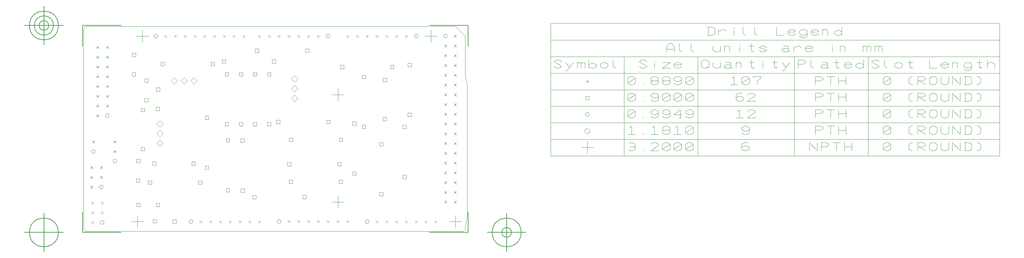
<source format=gbr>
G04 Generated by Ultiboard 14.0 *
%FSLAX34Y34*%
%MOMM*%

%ADD11C,0.1000*%
%ADD12C,0.0100*%
%ADD13C,0.0010*%
%ADD14C,0.1270*%


G04 ColorRGB 000000 for the following layer *
%LNDrill Symbols-Copper Top-Copper Bottom*%
%LPD*%
G54D11*
X152400Y492000D02*
X152400Y524000D01*
X136400Y508000D02*
X168400Y508000D01*
X885700Y508000D02*
X917700Y508000D01*
X901700Y492000D02*
X901700Y524000D01*
X949200Y25400D02*
X981200Y25400D01*
X965200Y9400D02*
X965200Y41400D01*
X644400Y76200D02*
X676400Y76200D01*
X660400Y60200D02*
X660400Y92200D01*
X123700Y25400D02*
X155700Y25400D01*
X139700Y9400D02*
X139700Y41400D01*
X644400Y355600D02*
X676400Y355600D01*
X660400Y339600D02*
X660400Y371600D01*
X198118Y221331D02*
X206469Y229682D01*
X198118Y238033D01*
X189767Y229682D01*
X198118Y221331D01*
X198118Y246731D02*
X206469Y255082D01*
X198118Y263433D01*
X189767Y255082D01*
X198118Y246731D01*
X198118Y272131D02*
X206469Y280482D01*
X198118Y288833D01*
X189767Y280482D01*
X198118Y272131D01*
X286258Y384079D02*
X294609Y392430D01*
X286258Y400781D01*
X277907Y392430D01*
X286258Y384079D01*
X260858Y384079D02*
X269209Y392430D01*
X260858Y400781D01*
X252507Y392430D01*
X260858Y384079D01*
X235458Y384079D02*
X243809Y392430D01*
X235458Y400781D01*
X227107Y392430D01*
X235458Y384079D01*
X548132Y338359D02*
X556483Y346710D01*
X548132Y355061D01*
X539781Y346710D01*
X548132Y338359D01*
X548132Y363759D02*
X556483Y372110D01*
X548132Y380461D01*
X539781Y372110D01*
X548132Y363759D01*
X548132Y389159D02*
X556483Y397510D01*
X548132Y405861D01*
X539781Y397510D01*
X548132Y389159D01*
X1291963Y218440D02*
X1323963Y218440D01*
X1307963Y202440D02*
X1307963Y234440D01*
X1415629Y229154D02*
X1418963Y231297D01*
X1425629Y231297D01*
X1432296Y227011D01*
X1432296Y222726D01*
X1428963Y220583D01*
X1432296Y218440D01*
X1432296Y214154D01*
X1425629Y209869D01*
X1418963Y209869D01*
X1415629Y212011D01*
X1418963Y220583D02*
X1428963Y220583D01*
X1452296Y209869D02*
X1452296Y212011D01*
X1472296Y227011D02*
X1478963Y231297D01*
X1485629Y231297D01*
X1492296Y227011D01*
X1492296Y224869D01*
X1472296Y209869D01*
X1492296Y209869D01*
X1492296Y212011D01*
X1502296Y227011D02*
X1508963Y231297D01*
X1515629Y231297D01*
X1522296Y227011D01*
X1522296Y214154D01*
X1515629Y209869D01*
X1508963Y209869D01*
X1502296Y214154D01*
X1502296Y227011D01*
X1522296Y227011D02*
X1502296Y214154D01*
X1532296Y227011D02*
X1538963Y231297D01*
X1545629Y231297D01*
X1552296Y227011D01*
X1552296Y214154D01*
X1545629Y209869D01*
X1538963Y209869D01*
X1532296Y214154D01*
X1532296Y227011D01*
X1552296Y227011D02*
X1532296Y214154D01*
X1562296Y227011D02*
X1568963Y231297D01*
X1575629Y231297D01*
X1582296Y227011D01*
X1582296Y214154D01*
X1575629Y209869D01*
X1568963Y209869D01*
X1562296Y214154D01*
X1562296Y227011D01*
X1582296Y227011D02*
X1562296Y214154D01*
X1724963Y231297D02*
X1714963Y231297D01*
X1708296Y227011D01*
X1708296Y218440D01*
X1708296Y214154D01*
X1714963Y209869D01*
X1721629Y209869D01*
X1728296Y214154D01*
X1728296Y218440D01*
X1721629Y222726D01*
X1714963Y222726D01*
X1708296Y218440D01*
X1884296Y209869D02*
X1884296Y231297D01*
X1904296Y209869D01*
X1904296Y231297D01*
X1914296Y209869D02*
X1914296Y231297D01*
X1927629Y231297D01*
X1934296Y227011D01*
X1934296Y224869D01*
X1927629Y220583D01*
X1914296Y220583D01*
X1954296Y209869D02*
X1954296Y231297D01*
X1944296Y231297D02*
X1964296Y231297D01*
X1974296Y209869D02*
X1974296Y231297D01*
X1994296Y209869D02*
X1994296Y231297D01*
X1974296Y220583D02*
X1994296Y220583D01*
X2075296Y227011D02*
X2081963Y231297D01*
X2088629Y231297D01*
X2095296Y227011D01*
X2095296Y214154D01*
X2088629Y209869D01*
X2081963Y209869D01*
X2075296Y214154D01*
X2075296Y227011D01*
X2095296Y227011D02*
X2075296Y214154D01*
X2151963Y209869D02*
X2148629Y209869D01*
X2141963Y214154D01*
X2141963Y227011D01*
X2148629Y231297D01*
X2151963Y231297D01*
X2165296Y209869D02*
X2165296Y231297D01*
X2178629Y231297D01*
X2185296Y227011D01*
X2185296Y224869D01*
X2178629Y220583D01*
X2165296Y220583D01*
X2168629Y220583D02*
X2185296Y209869D01*
X2195296Y214154D02*
X2201963Y209869D01*
X2208629Y209869D01*
X2215296Y214154D01*
X2215296Y227011D01*
X2208629Y231297D01*
X2201963Y231297D01*
X2195296Y227011D01*
X2195296Y214154D01*
X2225296Y231297D02*
X2225296Y214154D01*
X2231963Y209869D01*
X2238629Y209869D01*
X2245296Y214154D01*
X2245296Y231297D01*
X2255296Y209869D02*
X2255296Y231297D01*
X2275296Y209869D01*
X2275296Y231297D01*
X2285296Y209869D02*
X2298629Y209869D01*
X2305296Y214154D01*
X2305296Y227011D01*
X2298629Y231297D01*
X2285296Y231297D01*
X2288629Y231297D02*
X2288629Y209869D01*
X2318629Y231297D02*
X2321963Y231297D01*
X2328629Y227011D01*
X2328629Y214154D01*
X2321963Y209869D01*
X2318629Y209869D01*
X1307963Y253089D02*
X1316314Y261440D01*
X1307963Y269791D01*
X1299612Y261440D01*
X1307963Y253089D01*
X1415629Y270011D02*
X1422296Y274297D01*
X1422296Y252869D01*
X1412296Y252869D02*
X1432296Y252869D01*
X1452296Y252869D02*
X1452296Y255011D01*
X1475629Y270011D02*
X1482296Y274297D01*
X1482296Y252869D01*
X1472296Y252869D02*
X1492296Y252869D01*
X1515629Y252869D02*
X1508963Y252869D01*
X1502296Y257154D01*
X1502296Y261440D01*
X1505629Y263583D01*
X1502296Y265726D01*
X1502296Y270011D01*
X1508963Y274297D01*
X1515629Y274297D01*
X1522296Y270011D01*
X1522296Y265726D01*
X1518963Y263583D01*
X1522296Y261440D01*
X1522296Y257154D01*
X1515629Y252869D01*
X1505629Y263583D02*
X1518963Y263583D01*
X1535629Y270011D02*
X1542296Y274297D01*
X1542296Y252869D01*
X1532296Y252869D02*
X1552296Y252869D01*
X1562296Y270011D02*
X1568963Y274297D01*
X1575629Y274297D01*
X1582296Y270011D01*
X1582296Y257154D01*
X1575629Y252869D01*
X1568963Y252869D01*
X1562296Y257154D01*
X1562296Y270011D01*
X1582296Y270011D02*
X1562296Y257154D01*
X1708296Y257154D02*
X1714963Y252869D01*
X1721629Y252869D01*
X1728296Y257154D01*
X1728296Y265726D01*
X1728296Y270011D01*
X1721629Y274297D01*
X1714963Y274297D01*
X1708296Y270011D01*
X1708296Y265726D01*
X1714963Y261440D01*
X1721629Y261440D01*
X1728296Y265726D01*
X1899296Y252869D02*
X1899296Y274297D01*
X1912629Y274297D01*
X1919296Y270011D01*
X1919296Y267869D01*
X1912629Y263583D01*
X1899296Y263583D01*
X1939296Y252869D02*
X1939296Y274297D01*
X1929296Y274297D02*
X1949296Y274297D01*
X1959296Y252869D02*
X1959296Y274297D01*
X1979296Y252869D02*
X1979296Y274297D01*
X1959296Y263583D02*
X1979296Y263583D01*
X2075296Y270011D02*
X2081963Y274297D01*
X2088629Y274297D01*
X2095296Y270011D01*
X2095296Y257154D01*
X2088629Y252869D01*
X2081963Y252869D01*
X2075296Y257154D01*
X2075296Y270011D01*
X2095296Y270011D02*
X2075296Y257154D01*
X2151963Y252869D02*
X2148629Y252869D01*
X2141963Y257154D01*
X2141963Y270011D01*
X2148629Y274297D01*
X2151963Y274297D01*
X2165296Y252869D02*
X2165296Y274297D01*
X2178629Y274297D01*
X2185296Y270011D01*
X2185296Y267869D01*
X2178629Y263583D01*
X2165296Y263583D01*
X2168629Y263583D02*
X2185296Y252869D01*
X2195296Y257154D02*
X2201963Y252869D01*
X2208629Y252869D01*
X2215296Y257154D01*
X2215296Y270011D01*
X2208629Y274297D01*
X2201963Y274297D01*
X2195296Y270011D01*
X2195296Y257154D01*
X2225296Y274297D02*
X2225296Y257154D01*
X2231963Y252869D01*
X2238629Y252869D01*
X2245296Y257154D01*
X2245296Y274297D01*
X2255296Y252869D02*
X2255296Y274297D01*
X2275296Y252869D01*
X2275296Y274297D01*
X2285296Y252869D02*
X2298629Y252869D01*
X2305296Y257154D01*
X2305296Y270011D01*
X2298629Y274297D01*
X2285296Y274297D01*
X2288629Y274297D02*
X2288629Y252869D01*
X2318629Y274297D02*
X2321963Y274297D01*
X2328629Y270011D01*
X2328629Y257154D01*
X2321963Y252869D01*
X2318629Y252869D01*
X1412296Y313011D02*
X1418963Y317297D01*
X1425629Y317297D01*
X1432296Y313011D01*
X1432296Y300154D01*
X1425629Y295869D01*
X1418963Y295869D01*
X1412296Y300154D01*
X1412296Y313011D01*
X1432296Y313011D02*
X1412296Y300154D01*
X1452296Y295869D02*
X1452296Y298011D01*
X1472296Y300154D02*
X1478963Y295869D01*
X1485629Y295869D01*
X1492296Y300154D01*
X1492296Y308726D01*
X1492296Y313011D01*
X1485629Y317297D01*
X1478963Y317297D01*
X1472296Y313011D01*
X1472296Y308726D01*
X1478963Y304440D01*
X1485629Y304440D01*
X1492296Y308726D01*
X1502296Y300154D02*
X1508963Y295869D01*
X1515629Y295869D01*
X1522296Y300154D01*
X1522296Y308726D01*
X1522296Y313011D01*
X1515629Y317297D01*
X1508963Y317297D01*
X1502296Y313011D01*
X1502296Y308726D01*
X1508963Y304440D01*
X1515629Y304440D01*
X1522296Y308726D01*
X1552296Y304440D02*
X1532296Y304440D01*
X1548963Y317297D01*
X1548963Y295869D01*
X1545629Y295869D02*
X1552296Y295869D01*
X1562296Y300154D02*
X1568963Y295869D01*
X1575629Y295869D01*
X1582296Y300154D01*
X1582296Y308726D01*
X1582296Y313011D01*
X1575629Y317297D01*
X1568963Y317297D01*
X1562296Y313011D01*
X1562296Y308726D01*
X1568963Y304440D01*
X1575629Y304440D01*
X1582296Y308726D01*
X1696629Y313011D02*
X1703296Y317297D01*
X1703296Y295869D01*
X1693296Y295869D02*
X1713296Y295869D01*
X1723296Y313011D02*
X1729963Y317297D01*
X1736629Y317297D01*
X1743296Y313011D01*
X1743296Y310869D01*
X1723296Y295869D01*
X1743296Y295869D01*
X1743296Y298011D01*
X1899296Y295869D02*
X1899296Y317297D01*
X1912629Y317297D01*
X1919296Y313011D01*
X1919296Y310869D01*
X1912629Y306583D01*
X1899296Y306583D01*
X1939296Y295869D02*
X1939296Y317297D01*
X1929296Y317297D02*
X1949296Y317297D01*
X1959296Y295869D02*
X1959296Y317297D01*
X1979296Y295869D02*
X1979296Y317297D01*
X1959296Y306583D02*
X1979296Y306583D01*
X2075296Y313011D02*
X2081963Y317297D01*
X2088629Y317297D01*
X2095296Y313011D01*
X2095296Y300154D01*
X2088629Y295869D01*
X2081963Y295869D01*
X2075296Y300154D01*
X2075296Y313011D01*
X2095296Y313011D02*
X2075296Y300154D01*
X2151963Y295869D02*
X2148629Y295869D01*
X2141963Y300154D01*
X2141963Y313011D01*
X2148629Y317297D01*
X2151963Y317297D01*
X2165296Y295869D02*
X2165296Y317297D01*
X2178629Y317297D01*
X2185296Y313011D01*
X2185296Y310869D01*
X2178629Y306583D01*
X2165296Y306583D01*
X2168629Y306583D02*
X2185296Y295869D01*
X2195296Y300154D02*
X2201963Y295869D01*
X2208629Y295869D01*
X2215296Y300154D01*
X2215296Y313011D01*
X2208629Y317297D01*
X2201963Y317297D01*
X2195296Y313011D01*
X2195296Y300154D01*
X2225296Y317297D02*
X2225296Y300154D01*
X2231963Y295869D01*
X2238629Y295869D01*
X2245296Y300154D01*
X2245296Y317297D01*
X2255296Y295869D02*
X2255296Y317297D01*
X2275296Y295869D01*
X2275296Y317297D01*
X2285296Y295869D02*
X2298629Y295869D01*
X2305296Y300154D01*
X2305296Y313011D01*
X2298629Y317297D01*
X2285296Y317297D01*
X2288629Y317297D02*
X2288629Y295869D01*
X2318629Y317297D02*
X2321963Y317297D01*
X2328629Y313011D01*
X2328629Y300154D01*
X2321963Y295869D01*
X2318629Y295869D01*
X1412296Y356011D02*
X1418963Y360297D01*
X1425629Y360297D01*
X1432296Y356011D01*
X1432296Y343154D01*
X1425629Y338869D01*
X1418963Y338869D01*
X1412296Y343154D01*
X1412296Y356011D01*
X1432296Y356011D02*
X1412296Y343154D01*
X1452296Y338869D02*
X1452296Y341011D01*
X1472296Y343154D02*
X1478963Y338869D01*
X1485629Y338869D01*
X1492296Y343154D01*
X1492296Y351726D01*
X1492296Y356011D01*
X1485629Y360297D01*
X1478963Y360297D01*
X1472296Y356011D01*
X1472296Y351726D01*
X1478963Y347440D01*
X1485629Y347440D01*
X1492296Y351726D01*
X1502296Y356011D02*
X1508963Y360297D01*
X1515629Y360297D01*
X1522296Y356011D01*
X1522296Y343154D01*
X1515629Y338869D01*
X1508963Y338869D01*
X1502296Y343154D01*
X1502296Y356011D01*
X1522296Y356011D02*
X1502296Y343154D01*
X1532296Y356011D02*
X1538963Y360297D01*
X1545629Y360297D01*
X1552296Y356011D01*
X1552296Y343154D01*
X1545629Y338869D01*
X1538963Y338869D01*
X1532296Y343154D01*
X1532296Y356011D01*
X1552296Y356011D02*
X1532296Y343154D01*
X1562296Y356011D02*
X1568963Y360297D01*
X1575629Y360297D01*
X1582296Y356011D01*
X1582296Y343154D01*
X1575629Y338869D01*
X1568963Y338869D01*
X1562296Y343154D01*
X1562296Y356011D01*
X1582296Y356011D02*
X1562296Y343154D01*
X1709963Y360297D02*
X1699963Y360297D01*
X1693296Y356011D01*
X1693296Y347440D01*
X1693296Y343154D01*
X1699963Y338869D01*
X1706629Y338869D01*
X1713296Y343154D01*
X1713296Y347440D01*
X1706629Y351726D01*
X1699963Y351726D01*
X1693296Y347440D01*
X1723296Y356011D02*
X1729963Y360297D01*
X1736629Y360297D01*
X1743296Y356011D01*
X1743296Y353869D01*
X1723296Y338869D01*
X1743296Y338869D01*
X1743296Y341011D01*
X1899296Y338869D02*
X1899296Y360297D01*
X1912629Y360297D01*
X1919296Y356011D01*
X1919296Y353869D01*
X1912629Y349583D01*
X1899296Y349583D01*
X1939296Y338869D02*
X1939296Y360297D01*
X1929296Y360297D02*
X1949296Y360297D01*
X1959296Y338869D02*
X1959296Y360297D01*
X1979296Y338869D02*
X1979296Y360297D01*
X1959296Y349583D02*
X1979296Y349583D01*
X2075296Y356011D02*
X2081963Y360297D01*
X2088629Y360297D01*
X2095296Y356011D01*
X2095296Y343154D01*
X2088629Y338869D01*
X2081963Y338869D01*
X2075296Y343154D01*
X2075296Y356011D01*
X2095296Y356011D02*
X2075296Y343154D01*
X2151963Y338869D02*
X2148629Y338869D01*
X2141963Y343154D01*
X2141963Y356011D01*
X2148629Y360297D01*
X2151963Y360297D01*
X2165296Y338869D02*
X2165296Y360297D01*
X2178629Y360297D01*
X2185296Y356011D01*
X2185296Y353869D01*
X2178629Y349583D01*
X2165296Y349583D01*
X2168629Y349583D02*
X2185296Y338869D01*
X2195296Y343154D02*
X2201963Y338869D01*
X2208629Y338869D01*
X2215296Y343154D01*
X2215296Y356011D01*
X2208629Y360297D01*
X2201963Y360297D01*
X2195296Y356011D01*
X2195296Y343154D01*
X2225296Y360297D02*
X2225296Y343154D01*
X2231963Y338869D01*
X2238629Y338869D01*
X2245296Y343154D01*
X2245296Y360297D01*
X2255296Y338869D02*
X2255296Y360297D01*
X2275296Y338869D01*
X2275296Y360297D01*
X2285296Y338869D02*
X2298629Y338869D01*
X2305296Y343154D01*
X2305296Y356011D01*
X2298629Y360297D01*
X2285296Y360297D01*
X2288629Y360297D02*
X2288629Y338869D01*
X2318629Y360297D02*
X2321963Y360297D01*
X2328629Y356011D01*
X2328629Y343154D01*
X2321963Y338869D01*
X2318629Y338869D01*
X1412296Y399011D02*
X1418963Y403297D01*
X1425629Y403297D01*
X1432296Y399011D01*
X1432296Y386154D01*
X1425629Y381869D01*
X1418963Y381869D01*
X1412296Y386154D01*
X1412296Y399011D01*
X1432296Y399011D02*
X1412296Y386154D01*
X1452296Y381869D02*
X1452296Y384011D01*
X1485629Y381869D02*
X1478963Y381869D01*
X1472296Y386154D01*
X1472296Y390440D01*
X1475629Y392583D01*
X1472296Y394726D01*
X1472296Y399011D01*
X1478963Y403297D01*
X1485629Y403297D01*
X1492296Y399011D01*
X1492296Y394726D01*
X1488963Y392583D01*
X1492296Y390440D01*
X1492296Y386154D01*
X1485629Y381869D01*
X1475629Y392583D02*
X1488963Y392583D01*
X1515629Y381869D02*
X1508963Y381869D01*
X1502296Y386154D01*
X1502296Y390440D01*
X1505629Y392583D01*
X1502296Y394726D01*
X1502296Y399011D01*
X1508963Y403297D01*
X1515629Y403297D01*
X1522296Y399011D01*
X1522296Y394726D01*
X1518963Y392583D01*
X1522296Y390440D01*
X1522296Y386154D01*
X1515629Y381869D01*
X1505629Y392583D02*
X1518963Y392583D01*
X1532296Y386154D02*
X1538963Y381869D01*
X1545629Y381869D01*
X1552296Y386154D01*
X1552296Y394726D01*
X1552296Y399011D01*
X1545629Y403297D01*
X1538963Y403297D01*
X1532296Y399011D01*
X1532296Y394726D01*
X1538963Y390440D01*
X1545629Y390440D01*
X1552296Y394726D01*
X1562296Y399011D02*
X1568963Y403297D01*
X1575629Y403297D01*
X1582296Y399011D01*
X1582296Y386154D01*
X1575629Y381869D01*
X1568963Y381869D01*
X1562296Y386154D01*
X1562296Y399011D01*
X1582296Y399011D02*
X1562296Y386154D01*
X1681629Y399011D02*
X1688296Y403297D01*
X1688296Y381869D01*
X1678296Y381869D02*
X1698296Y381869D01*
X1708296Y399011D02*
X1714963Y403297D01*
X1721629Y403297D01*
X1728296Y399011D01*
X1728296Y386154D01*
X1721629Y381869D01*
X1714963Y381869D01*
X1708296Y386154D01*
X1708296Y399011D01*
X1728296Y399011D02*
X1708296Y386154D01*
X1748296Y381869D02*
X1748296Y392583D01*
X1758296Y399011D01*
X1758296Y403297D01*
X1738296Y403297D01*
X1738296Y399011D01*
X1899296Y381869D02*
X1899296Y403297D01*
X1912629Y403297D01*
X1919296Y399011D01*
X1919296Y396869D01*
X1912629Y392583D01*
X1899296Y392583D01*
X1939296Y381869D02*
X1939296Y403297D01*
X1929296Y403297D02*
X1949296Y403297D01*
X1959296Y381869D02*
X1959296Y403297D01*
X1979296Y381869D02*
X1979296Y403297D01*
X1959296Y392583D02*
X1979296Y392583D01*
X2075296Y399011D02*
X2081963Y403297D01*
X2088629Y403297D01*
X2095296Y399011D01*
X2095296Y386154D01*
X2088629Y381869D01*
X2081963Y381869D01*
X2075296Y386154D01*
X2075296Y399011D01*
X2095296Y399011D02*
X2075296Y386154D01*
X2151963Y381869D02*
X2148629Y381869D01*
X2141963Y386154D01*
X2141963Y399011D01*
X2148629Y403297D01*
X2151963Y403297D01*
X2165296Y381869D02*
X2165296Y403297D01*
X2178629Y403297D01*
X2185296Y399011D01*
X2185296Y396869D01*
X2178629Y392583D01*
X2165296Y392583D01*
X2168629Y392583D02*
X2185296Y381869D01*
X2195296Y386154D02*
X2201963Y381869D01*
X2208629Y381869D01*
X2215296Y386154D01*
X2215296Y399011D01*
X2208629Y403297D01*
X2201963Y403297D01*
X2195296Y399011D01*
X2195296Y386154D01*
X2225296Y403297D02*
X2225296Y386154D01*
X2231963Y381869D01*
X2238629Y381869D01*
X2245296Y386154D01*
X2245296Y403297D01*
X2255296Y381869D02*
X2255296Y403297D01*
X2275296Y381869D01*
X2275296Y403297D01*
X2285296Y381869D02*
X2298629Y381869D01*
X2305296Y386154D01*
X2305296Y399011D01*
X2298629Y403297D01*
X2285296Y403297D01*
X2288629Y403297D02*
X2288629Y381869D01*
X2318629Y403297D02*
X2321963Y403297D01*
X2328629Y399011D01*
X2328629Y386154D01*
X2321963Y381869D01*
X2318629Y381869D01*
G54D12*
X936657Y276511D02*
X942943Y282797D01*
X936657Y282797D02*
X942943Y276511D01*
X936657Y428911D02*
X942943Y435197D01*
X936657Y435197D02*
X942943Y428911D01*
X934825Y508254D02*
G75*
D01*
G02X934825Y508254I4975J0*
G01*
X936657Y479711D02*
X942943Y485997D01*
X936657Y485997D02*
X942943Y479711D01*
X936657Y454311D02*
X942943Y460597D01*
X936657Y460597D02*
X942943Y454311D01*
X936657Y352711D02*
X942943Y358997D01*
X936657Y358997D02*
X942943Y352711D01*
X936657Y378111D02*
X942943Y384397D01*
X936657Y384397D02*
X942943Y378111D01*
X936657Y403511D02*
X942943Y409797D01*
X936657Y409797D02*
X942943Y403511D01*
X936657Y301911D02*
X942943Y308197D01*
X936657Y308197D02*
X942943Y301911D01*
X936657Y327311D02*
X942943Y333597D01*
X936657Y333597D02*
X942943Y327311D01*
X936657Y98711D02*
X942943Y104997D01*
X936657Y104997D02*
X942943Y98711D01*
X936657Y225711D02*
X942943Y231997D01*
X936657Y231997D02*
X942943Y225711D01*
X936657Y251111D02*
X942943Y257397D01*
X936657Y257397D02*
X942943Y251111D01*
X936657Y200311D02*
X942943Y206597D01*
X936657Y206597D02*
X942943Y200311D01*
X936657Y155797D02*
X942943Y149511D01*
X936657Y149511D02*
X942943Y155797D01*
X936657Y174911D02*
X942943Y181197D01*
X936657Y181197D02*
X942943Y174911D01*
X936657Y124111D02*
X942943Y130397D01*
X936657Y130397D02*
X942943Y124111D01*
X936657Y73311D02*
X942943Y79597D01*
X936657Y79597D02*
X942943Y73311D01*
X962057Y276511D02*
X968343Y282797D01*
X962057Y282797D02*
X968343Y276511D01*
X962057Y428911D02*
X968343Y435197D01*
X962057Y435197D02*
X968343Y428911D01*
X962057Y511397D02*
X968343Y505111D01*
X962057Y505111D02*
X968343Y511397D01*
X962057Y479711D02*
X968343Y485997D01*
X962057Y485997D02*
X968343Y479711D01*
X962057Y454311D02*
X968343Y460597D01*
X962057Y460597D02*
X968343Y454311D01*
X962057Y358997D02*
X968343Y352711D01*
X962057Y352711D02*
X968343Y358997D01*
X962057Y384397D02*
X968343Y378111D01*
X962057Y378111D02*
X968343Y384397D01*
X962057Y403511D02*
X968343Y409797D01*
X962057Y409797D02*
X968343Y403511D01*
X962057Y301911D02*
X968343Y308197D01*
X962057Y308197D02*
X968343Y301911D01*
X962057Y327311D02*
X968343Y333597D01*
X962057Y333597D02*
X968343Y327311D01*
X962057Y98711D02*
X968343Y104997D01*
X962057Y104997D02*
X968343Y98711D01*
X962057Y225711D02*
X968343Y231997D01*
X962057Y231997D02*
X968343Y225711D01*
X962057Y251111D02*
X968343Y257397D01*
X962057Y257397D02*
X968343Y251111D01*
X962057Y200311D02*
X968343Y206597D01*
X962057Y206597D02*
X968343Y200311D01*
X962057Y149511D02*
X968343Y155797D01*
X962057Y155797D02*
X968343Y149511D01*
X962057Y174911D02*
X968343Y181197D01*
X962057Y181197D02*
X968343Y174911D01*
X962057Y124111D02*
X968343Y130397D01*
X962057Y130397D02*
X968343Y124111D01*
X962057Y73311D02*
X968343Y79597D01*
X962057Y79597D02*
X968343Y73311D01*
X261017Y504857D02*
X267303Y511143D01*
X261017Y511143D02*
X267303Y504857D01*
X182985Y508000D02*
G75*
D01*
G02X182985Y508000I4975J0*
G01*
X235617Y504857D02*
X241903Y511143D01*
X235617Y511143D02*
X241903Y504857D01*
X210217Y511143D02*
X216503Y504857D01*
X210217Y504857D02*
X216503Y511143D01*
X311817Y504857D02*
X318103Y511143D01*
X311817Y511143D02*
X318103Y504857D01*
X286417Y504857D02*
X292703Y511143D01*
X286417Y511143D02*
X292703Y504857D01*
X337217Y504857D02*
X343503Y511143D01*
X337217Y511143D02*
X343503Y504857D01*
X388017Y504857D02*
X394303Y511143D01*
X388017Y511143D02*
X394303Y504857D01*
X362617Y504857D02*
X368903Y511143D01*
X362617Y511143D02*
X368903Y504857D01*
X413417Y504857D02*
X419703Y511143D01*
X413417Y511143D02*
X419703Y504857D01*
X454057Y504857D02*
X460343Y511143D01*
X454057Y511143D02*
X460343Y504857D01*
X630025Y508000D02*
G75*
D01*
G02X630025Y508000I4975J0*
G01*
X581057Y504857D02*
X587343Y511143D01*
X581057Y511143D02*
X587343Y504857D01*
X606457Y504857D02*
X612743Y511143D01*
X606457Y511143D02*
X612743Y504857D01*
X555657Y504857D02*
X561943Y511143D01*
X555657Y511143D02*
X561943Y504857D01*
X504857Y504857D02*
X511143Y511143D01*
X504857Y511143D02*
X511143Y504857D01*
X530257Y511143D02*
X536543Y504857D01*
X530257Y504857D02*
X536543Y511143D01*
X479457Y511143D02*
X485743Y504857D01*
X479457Y504857D02*
X485743Y511143D01*
X682657Y504857D02*
X688943Y511143D01*
X682657Y511143D02*
X688943Y504857D01*
X858625Y508000D02*
G75*
D01*
G02X858625Y508000I4975J0*
G01*
X809657Y504857D02*
X815943Y511143D01*
X809657Y511143D02*
X815943Y504857D01*
X835057Y511143D02*
X841343Y504857D01*
X835057Y504857D02*
X841343Y511143D01*
X784257Y504857D02*
X790543Y511143D01*
X784257Y511143D02*
X790543Y504857D01*
X733457Y504857D02*
X739743Y511143D01*
X733457Y511143D02*
X739743Y504857D01*
X758857Y504857D02*
X765143Y511143D01*
X758857Y511143D02*
X765143Y504857D01*
X708057Y511143D02*
X714343Y504857D01*
X708057Y504857D02*
X714343Y511143D01*
X454057Y22257D02*
X460343Y28543D01*
X454057Y28543D02*
X460343Y22257D01*
X274425Y25400D02*
G75*
D01*
G02X274425Y25400I4975J0*
G01*
X327057Y22257D02*
X333343Y28543D01*
X327057Y28543D02*
X333343Y22257D01*
X301657Y22257D02*
X307943Y28543D01*
X301657Y28543D02*
X307943Y22257D01*
X352457Y22257D02*
X358743Y28543D01*
X352457Y28543D02*
X358743Y22257D01*
X403257Y22257D02*
X409543Y28543D01*
X403257Y28543D02*
X409543Y22257D01*
X377857Y22257D02*
X384143Y28543D01*
X377857Y28543D02*
X384143Y22257D01*
X428657Y22257D02*
X434943Y28543D01*
X428657Y28543D02*
X434943Y22257D01*
X682657Y22765D02*
X688943Y29051D01*
X682657Y29051D02*
X688943Y22765D01*
X503025Y25908D02*
G75*
D01*
G02X503025Y25908I4975J0*
G01*
X555657Y22765D02*
X561943Y29051D01*
X555657Y29051D02*
X561943Y22765D01*
X530257Y22765D02*
X536543Y29051D01*
X530257Y29051D02*
X536543Y22765D01*
X581057Y22765D02*
X587343Y29051D01*
X581057Y29051D02*
X587343Y22765D01*
X631857Y22765D02*
X638143Y29051D01*
X631857Y29051D02*
X638143Y22765D01*
X606457Y22765D02*
X612743Y29051D01*
X606457Y29051D02*
X612743Y22765D01*
X657257Y22765D02*
X663543Y29051D01*
X657257Y29051D02*
X663543Y22765D01*
X911257Y22257D02*
X917543Y28543D01*
X911257Y28543D02*
X917543Y22257D01*
X731625Y25400D02*
G75*
D01*
G02X731625Y25400I4975J0*
G01*
X784257Y22257D02*
X790543Y28543D01*
X784257Y28543D02*
X790543Y22257D01*
X758857Y22257D02*
X765143Y28543D01*
X758857Y28543D02*
X765143Y22257D01*
X809657Y28543D02*
X815943Y22257D01*
X809657Y22257D02*
X815943Y28543D01*
X860457Y22257D02*
X866743Y28543D01*
X860457Y28543D02*
X866743Y22257D01*
X835057Y28543D02*
X841343Y22257D01*
X835057Y22257D02*
X841343Y28543D01*
X885857Y22257D02*
X892143Y28543D01*
X885857Y28543D02*
X892143Y22257D01*
X149542Y209922D02*
X158542Y209922D01*
X158542Y218922D01*
X149542Y218922D01*
X149542Y209922D01*
X149542Y311522D02*
X158542Y311522D01*
X158542Y320522D01*
X149542Y320522D01*
X149542Y311522D01*
X842082Y429030D02*
X851082Y429030D01*
X851082Y438030D01*
X842082Y438030D01*
X842082Y429030D01*
X842082Y299030D02*
X851082Y299030D01*
X851082Y308030D01*
X842082Y308030D01*
X842082Y299030D01*
X777820Y389962D02*
X786820Y389962D01*
X786820Y398962D01*
X777820Y398962D01*
X777820Y389962D01*
X777820Y288362D02*
X786820Y288362D01*
X786820Y297362D01*
X777820Y297362D01*
X777820Y288362D01*
X828620Y267486D02*
X837620Y267486D01*
X837620Y276486D01*
X828620Y276486D01*
X828620Y267486D01*
X828620Y137486D02*
X837620Y137486D01*
X837620Y146486D01*
X828620Y146486D01*
X828620Y137486D01*
X189048Y365578D02*
X198048Y365578D01*
X198048Y374578D01*
X189048Y374578D01*
X189048Y365578D01*
X188548Y314778D02*
X197548Y314778D01*
X197548Y323778D01*
X188548Y323778D01*
X188548Y314778D01*
X500754Y280488D02*
X509754Y280488D01*
X509754Y289488D01*
X500754Y289488D01*
X500754Y280488D01*
X630754Y280488D02*
X639754Y280488D01*
X639754Y289488D01*
X630754Y289488D01*
X630754Y280488D01*
X477448Y404792D02*
X486448Y404792D01*
X486448Y413792D01*
X477448Y413792D01*
X477448Y404792D01*
X477448Y274792D02*
X486448Y274792D01*
X486448Y283792D01*
X477448Y283792D01*
X477448Y274792D01*
X440788Y404792D02*
X449788Y404792D01*
X449788Y413792D01*
X440788Y413792D01*
X440788Y404792D01*
X440788Y274792D02*
X449788Y274792D01*
X449788Y283792D01*
X440788Y283792D01*
X440788Y274792D01*
X404128Y404792D02*
X413128Y404792D01*
X413128Y413792D01*
X404128Y413792D01*
X404128Y404792D01*
X404128Y274792D02*
X413128Y274792D01*
X413128Y283792D01*
X404128Y283792D01*
X404128Y274792D01*
X367468Y404792D02*
X376468Y404792D01*
X376468Y413792D01*
X367468Y413792D01*
X367468Y404792D01*
X367468Y274792D02*
X376468Y274792D01*
X376468Y283792D01*
X367468Y283792D01*
X367468Y274792D01*
X698826Y146424D02*
X707826Y146424D01*
X707826Y155424D01*
X698826Y155424D01*
X698826Y146424D01*
X698826Y276424D02*
X707826Y276424D01*
X707826Y285424D01*
X698826Y285424D01*
X698826Y276424D01*
X529456Y170506D02*
X538456Y170506D01*
X538456Y179506D01*
X529456Y179506D01*
X529456Y170506D01*
X659456Y170506D02*
X668456Y170506D01*
X668456Y179506D01*
X659456Y179506D01*
X659456Y170506D01*
X663726Y234514D02*
X672726Y234514D01*
X672726Y243514D01*
X663726Y243514D01*
X663726Y234514D01*
X533726Y234514D02*
X542726Y234514D01*
X542726Y243514D01*
X533726Y243514D01*
X533726Y234514D01*
X722956Y397788D02*
X731956Y397788D01*
X731956Y406788D01*
X722956Y406788D01*
X722956Y397788D01*
X722956Y267788D02*
X731956Y267788D01*
X731956Y276788D01*
X722956Y276788D01*
X722956Y267788D01*
X768422Y222782D02*
X777422Y222782D01*
X777422Y231782D01*
X768422Y231782D01*
X768422Y222782D01*
X768422Y92782D02*
X777422Y92782D01*
X777422Y101782D01*
X768422Y101782D01*
X768422Y92782D01*
X315820Y291796D02*
X324820Y291796D01*
X324820Y300796D01*
X315820Y300796D01*
X315820Y291796D01*
X315820Y161796D02*
X324820Y161796D01*
X324820Y170796D01*
X315820Y170796D01*
X315820Y161796D01*
X666870Y423998D02*
X675870Y423998D01*
X675870Y432998D01*
X666870Y432998D01*
X666870Y423998D01*
X796870Y423998D02*
X805870Y423998D01*
X805870Y432998D01*
X796870Y432998D01*
X796870Y423998D01*
X159076Y388184D02*
X168076Y388184D01*
X168076Y397184D01*
X159076Y397184D01*
X159076Y388184D01*
X158576Y337384D02*
X167576Y337384D01*
X167576Y346384D01*
X158576Y346384D01*
X158576Y337384D01*
X126056Y404440D02*
X135056Y404440D01*
X135056Y413440D01*
X126056Y413440D01*
X126056Y404440D01*
X126556Y455240D02*
X135556Y455240D01*
X135556Y464240D01*
X126556Y464240D01*
X126556Y455240D01*
X20933Y207772D02*
G75*
D01*
G02X20933Y207772I4975J0*
G01*
X22765Y230029D02*
X29051Y236315D01*
X22765Y236315D02*
X29051Y230029D01*
X78391Y204883D02*
X84677Y211169D01*
X78391Y211169D02*
X84677Y204883D01*
X76559Y182626D02*
G75*
D01*
G02X76559Y182626I4975J0*
G01*
X78391Y230283D02*
X84677Y236569D01*
X78391Y236569D02*
X84677Y230283D01*
X281250Y172030D02*
X290250Y172030D01*
X290250Y181030D01*
X281250Y181030D01*
X281250Y172030D01*
X179650Y172030D02*
X188650Y172030D01*
X188650Y181030D01*
X179650Y181030D01*
X179650Y172030D01*
X298220Y122754D02*
X307220Y122754D01*
X307220Y131754D01*
X298220Y131754D01*
X298220Y122754D01*
X168220Y122754D02*
X177220Y122754D01*
X177220Y131754D01*
X168220Y131754D01*
X168220Y122754D01*
X180920Y21916D02*
X189920Y21916D01*
X189920Y30916D01*
X180920Y30916D01*
X180920Y21916D01*
X231720Y21416D02*
X240720Y21416D01*
X240720Y30416D01*
X231720Y30416D01*
X231720Y21416D01*
X137994Y64842D02*
X146994Y64842D01*
X146994Y73842D01*
X137994Y73842D01*
X137994Y64842D01*
X188794Y64342D02*
X197794Y64342D01*
X197794Y73342D01*
X188794Y73342D01*
X188794Y64342D01*
X137740Y178888D02*
X146740Y178888D01*
X146740Y187888D01*
X137740Y187888D01*
X137740Y178888D01*
X137240Y128088D02*
X146240Y128088D01*
X146240Y137088D01*
X137240Y137088D01*
X137240Y128088D01*
X533520Y125040D02*
X542520Y125040D01*
X542520Y134040D01*
X533520Y134040D01*
X533520Y125040D01*
X663520Y125040D02*
X672520Y125040D01*
X672520Y134040D01*
X663520Y134040D01*
X663520Y125040D01*
X369896Y232942D02*
X378896Y232942D01*
X378896Y241942D01*
X369896Y241942D01*
X369896Y232942D01*
X369896Y102942D02*
X378896Y102942D01*
X378896Y111942D01*
X369896Y111942D01*
X369896Y102942D01*
X408758Y232180D02*
X417758Y232180D01*
X417758Y241180D01*
X408758Y241180D01*
X408758Y232180D01*
X408758Y102180D02*
X417758Y102180D01*
X417758Y111180D01*
X408758Y111180D01*
X408758Y102180D01*
X575976Y465970D02*
X584976Y465970D01*
X584976Y474970D01*
X575976Y474970D01*
X575976Y465970D01*
X445976Y465970D02*
X454976Y465970D01*
X454976Y474970D01*
X445976Y474970D01*
X445976Y465970D01*
X439032Y85162D02*
X448032Y85162D01*
X448032Y94162D01*
X439032Y94162D01*
X439032Y85162D01*
X569032Y85162D02*
X578032Y85162D01*
X578032Y94162D01*
X569032Y94162D01*
X569032Y85162D01*
X330986Y431364D02*
X339986Y431364D01*
X339986Y440364D01*
X330986Y440364D01*
X330986Y431364D01*
X200986Y431364D02*
X209986Y431364D01*
X209986Y440364D01*
X200986Y440364D01*
X200986Y431364D01*
X359784Y437968D02*
X368784Y437968D01*
X368784Y446968D01*
X359784Y446968D01*
X359784Y437968D01*
X489784Y437968D02*
X498784Y437968D01*
X498784Y446968D01*
X489784Y446968D01*
X489784Y437968D01*
X33433Y298101D02*
X39719Y304387D01*
X33433Y304387D02*
X39719Y298101D01*
X57001Y301244D02*
G75*
D01*
G02X57001Y301244I4975J0*
G01*
X58833Y399701D02*
X65119Y405987D01*
X58833Y405987D02*
X65119Y399701D01*
X58833Y348901D02*
X65119Y355187D01*
X58833Y355187D02*
X65119Y348901D01*
X58833Y323501D02*
X65119Y329787D01*
X58833Y329787D02*
X65119Y323501D01*
X58833Y374301D02*
X65119Y380587D01*
X58833Y380587D02*
X65119Y374301D01*
X58833Y475901D02*
X65119Y482187D01*
X58833Y482187D02*
X65119Y475901D01*
X58833Y425101D02*
X65119Y431387D01*
X58833Y431387D02*
X65119Y425101D01*
X58833Y450501D02*
X65119Y456787D01*
X58833Y456787D02*
X65119Y450501D01*
X33433Y456787D02*
X39719Y450501D01*
X33433Y450501D02*
X39719Y456787D01*
X33433Y380587D02*
X39719Y374301D01*
X33433Y374301D02*
X39719Y380587D01*
X33433Y323501D02*
X39719Y329787D01*
X33433Y329787D02*
X39719Y323501D01*
X33433Y355187D02*
X39719Y348901D01*
X33433Y348901D02*
X39719Y355187D01*
X33433Y425101D02*
X39719Y431387D01*
X33433Y431387D02*
X39719Y425101D01*
X33433Y399701D02*
X39719Y405987D01*
X33433Y405987D02*
X39719Y399701D01*
X33433Y475901D02*
X39719Y482187D01*
X33433Y482187D02*
X39719Y475901D01*
X20225Y26511D02*
X26511Y20225D01*
X20225Y20225D02*
X26511Y26511D01*
X43793Y23368D02*
G75*
D01*
G02X43793Y23368I4975J0*
G01*
X20225Y71025D02*
X26511Y77311D01*
X20225Y77311D02*
X26511Y71025D01*
X45625Y71025D02*
X51911Y77311D01*
X45625Y77311D02*
X51911Y71025D01*
X20225Y45625D02*
X26511Y51911D01*
X20225Y51911D02*
X26511Y45625D01*
X45625Y45625D02*
X51911Y51911D01*
X45625Y51911D02*
X51911Y45625D01*
X17939Y118713D02*
X24225Y112427D01*
X17939Y112427D02*
X24225Y118713D01*
X41507Y115570D02*
G75*
D01*
G02X41507Y115570I4975J0*
G01*
X17939Y163227D02*
X24225Y169513D01*
X17939Y169513D02*
X24225Y163227D01*
X43339Y163227D02*
X49625Y169513D01*
X43339Y169513D02*
X49625Y163227D01*
X17939Y144113D02*
X24225Y137827D01*
X17939Y137827D02*
X24225Y144113D01*
X43339Y144113D02*
X49625Y137827D01*
X43339Y137827D02*
X49625Y144113D01*
X1302988Y304440D02*
G75*
D01*
G02X1302988Y304440I4975J0*
G01*
X1303463Y342940D02*
X1312463Y342940D01*
X1312463Y351940D01*
X1303463Y351940D01*
X1303463Y342940D01*
X1304820Y393583D02*
X1311106Y387297D01*
X1304820Y387297D02*
X1311106Y393583D01*
G04 ColorRGB 00FFFF for the following layer *
%LNBoard Outline*%
%LPD*%
G54D10*
G54D13*
X965200Y533400D02*
X990600Y508000D01*
X990600Y12700D02*
X990600Y10000D01*
X980600Y0D02*
X10000Y0D01*
X0Y10000D02*
X0Y523400D01*
X10000Y533400D02*
X965200Y533400D01*
X980600Y0D02*
X981472Y38D01*
X982337Y152D01*
X983188Y341D01*
X984020Y603D01*
X984826Y937D01*
X985600Y1340D01*
X986336Y1809D01*
X987028Y2340D01*
X987671Y2929D01*
X988261Y3572D01*
X988792Y4265D01*
X989260Y5000D01*
X989663Y5774D01*
X989997Y6580D01*
X990259Y7412D01*
X990448Y8264D01*
X990562Y9129D01*
X990600Y10000D01*
X10000Y533400D02*
X9128Y533362D01*
X8263Y533248D01*
X7412Y533059D01*
X6580Y532797D01*
X5774Y532463D01*
X5000Y532060D01*
X4264Y531591D01*
X3572Y531060D01*
X2929Y530471D01*
X2339Y529828D01*
X1808Y529135D01*
X1340Y528400D01*
X937Y527626D01*
X603Y526820D01*
X341Y525988D01*
X152Y525136D01*
X38Y524271D01*
X0Y523400D01*
X0Y10000D02*
X38Y9128D01*
X152Y8263D01*
X341Y7412D01*
X603Y6580D01*
X937Y5774D01*
X1340Y5000D01*
X1809Y4264D01*
X2340Y3572D01*
X2929Y2929D01*
X3572Y2339D01*
X4265Y1808D01*
X5000Y1340D01*
X5774Y937D01*
X6580Y603D01*
X7412Y341D01*
X8264Y152D01*
X9129Y38D01*
X10000Y0D01*
X990600Y508000D02*
X990600Y406400D01*
X996000Y381000D02*
X996000Y38100D01*
X990600Y12700D01*
X990600Y406400D02*
X996000Y381000D01*
G54D14*
X-2540Y-2540D02*
X-2540Y51308D01*
X-2540Y-2540D02*
X97568Y-2540D01*
X998540Y-2540D02*
X898432Y-2540D01*
X998540Y-2540D02*
X998540Y51308D01*
X998540Y535940D02*
X998540Y482092D01*
X998540Y535940D02*
X898432Y535940D01*
X-2540Y535940D02*
X97568Y535940D01*
X-2540Y535940D02*
X-2540Y482092D01*
X-52540Y-2540D02*
X-152540Y-2540D01*
X-102540Y-52540D02*
X-102540Y47460D01*
X-140040Y-2540D02*
G75*
D01*
G02X-140040Y-2540I37500J0*
G01*
X1048540Y-2540D02*
X1148540Y-2540D01*
X1098540Y-52540D02*
X1098540Y47460D01*
X1061040Y-2540D02*
G75*
D01*
G02X1061040Y-2540I37500J0*
G01*
X1086040Y-2540D02*
G75*
D01*
G02X1086040Y-2540I12500J0*
G01*
X-52540Y535940D02*
X-152540Y535940D01*
X-102540Y485940D02*
X-102540Y585940D01*
X-140040Y535940D02*
G75*
D01*
G02X-140040Y535940I37500J0*
G01*
X-127540Y535940D02*
G75*
D01*
G02X-127540Y535940I25000J0*
G01*
X-115040Y535940D02*
G75*
D01*
G02X-115040Y535940I12500J0*
G01*
G04 ColorRGB 66FFCC for the following layer *
%LNLegend Description*%
%LPD*%
G54D11*
X1212463Y196940D02*
X2377463Y196940D01*
X2377463Y540940D01*
X1212463Y540940D01*
X1212463Y196940D01*
X1403463Y454940D02*
X1403463Y196940D01*
X1594463Y454940D02*
X1594463Y196940D01*
X1845463Y454940D02*
X1845463Y196940D01*
X2036463Y454940D02*
X2036463Y196940D01*
X2377463Y454940D02*
X2377463Y196940D01*
X1212463Y239940D02*
X2377463Y239940D01*
X1212463Y282940D02*
X2377463Y282940D01*
X1212463Y325940D02*
X2377463Y325940D01*
X1212463Y368940D02*
X2377463Y368940D01*
X1221296Y429154D02*
X1227963Y424869D01*
X1234629Y424869D01*
X1241296Y429154D01*
X1221296Y442011D01*
X1227963Y446297D01*
X1234629Y446297D01*
X1241296Y442011D01*
X1251296Y418440D02*
X1254629Y418440D01*
X1271296Y439869D01*
X1251296Y439869D02*
X1261296Y427011D01*
X1281296Y424869D02*
X1281296Y437726D01*
X1281296Y439869D01*
X1281296Y437726D02*
X1284629Y439869D01*
X1287963Y439869D01*
X1291296Y437726D01*
X1294629Y439869D01*
X1297963Y439869D01*
X1301296Y437726D01*
X1301296Y424869D01*
X1291296Y437726D02*
X1291296Y424869D01*
X1311296Y429154D02*
X1317963Y424869D01*
X1324629Y424869D01*
X1331296Y429154D01*
X1331296Y433440D01*
X1324629Y437726D01*
X1317963Y437726D01*
X1311296Y433440D01*
X1311296Y446297D02*
X1311296Y424869D01*
X1341296Y429154D02*
X1347963Y424869D01*
X1354629Y424869D01*
X1361296Y429154D01*
X1361296Y435583D01*
X1354629Y439869D01*
X1347963Y439869D01*
X1341296Y435583D01*
X1341296Y429154D01*
X1374629Y446297D02*
X1374629Y429154D01*
X1381296Y424869D01*
X1212463Y411940D02*
X2377463Y411940D01*
X1442296Y429154D02*
X1448963Y424869D01*
X1455629Y424869D01*
X1462296Y429154D01*
X1442296Y442011D01*
X1448963Y446297D01*
X1455629Y446297D01*
X1462296Y442011D01*
X1482296Y424869D02*
X1482296Y437726D01*
X1482296Y442011D02*
X1482296Y444154D01*
X1502296Y439869D02*
X1522296Y439869D01*
X1502296Y424869D01*
X1522296Y424869D01*
X1552296Y429154D02*
X1545629Y424869D01*
X1538963Y424869D01*
X1532296Y429154D01*
X1532296Y435583D01*
X1538963Y439869D01*
X1545629Y439869D01*
X1552296Y435583D01*
X1548963Y433440D01*
X1532296Y433440D01*
X1603296Y429154D02*
X1609963Y424869D01*
X1616629Y424869D01*
X1623296Y429154D01*
X1623296Y442011D01*
X1616629Y446297D01*
X1609963Y446297D01*
X1603296Y442011D01*
X1603296Y429154D01*
X1616629Y429154D02*
X1623296Y424869D01*
X1633296Y439869D02*
X1633296Y429154D01*
X1639963Y424869D01*
X1646629Y424869D01*
X1653296Y429154D01*
X1653296Y439869D01*
X1653296Y429154D02*
X1653296Y424869D01*
X1666629Y439869D02*
X1676629Y439869D01*
X1679963Y437726D01*
X1679963Y427011D01*
X1676629Y424869D01*
X1666629Y424869D01*
X1663296Y427011D01*
X1663296Y431297D01*
X1666629Y433440D01*
X1679963Y433440D01*
X1679963Y427011D02*
X1683296Y424869D01*
X1693296Y424869D02*
X1693296Y437726D01*
X1693296Y439869D01*
X1693296Y437726D02*
X1696629Y439869D01*
X1703296Y439869D01*
X1706629Y437726D01*
X1706629Y424869D01*
X1739963Y427011D02*
X1736629Y424869D01*
X1733296Y427011D01*
X1733296Y446297D01*
X1726629Y439869D02*
X1739963Y439869D01*
X1763296Y424869D02*
X1763296Y437726D01*
X1763296Y442011D02*
X1763296Y444154D01*
X1799963Y427011D02*
X1796629Y424869D01*
X1793296Y427011D01*
X1793296Y446297D01*
X1786629Y439869D02*
X1799963Y439869D01*
X1813296Y418440D02*
X1816629Y418440D01*
X1833296Y439869D01*
X1813296Y439869D02*
X1823296Y427011D01*
X1854296Y424869D02*
X1854296Y446297D01*
X1867629Y446297D01*
X1874296Y442011D01*
X1874296Y439869D01*
X1867629Y435583D01*
X1854296Y435583D01*
X1887629Y446297D02*
X1887629Y429154D01*
X1894296Y424869D01*
X1917629Y439869D02*
X1927629Y439869D01*
X1930963Y437726D01*
X1930963Y427011D01*
X1927629Y424869D01*
X1917629Y424869D01*
X1914296Y427011D01*
X1914296Y431297D01*
X1917629Y433440D01*
X1930963Y433440D01*
X1930963Y427011D02*
X1934296Y424869D01*
X1960963Y427011D02*
X1957629Y424869D01*
X1954296Y427011D01*
X1954296Y446297D01*
X1947629Y439869D02*
X1960963Y439869D01*
X1994296Y429154D02*
X1987629Y424869D01*
X1980963Y424869D01*
X1974296Y429154D01*
X1974296Y435583D01*
X1980963Y439869D01*
X1987629Y439869D01*
X1994296Y435583D01*
X1990963Y433440D01*
X1974296Y433440D01*
X2024296Y429154D02*
X2017629Y424869D01*
X2010963Y424869D01*
X2004296Y429154D01*
X2004296Y433440D01*
X2010963Y437726D01*
X2017629Y437726D01*
X2024296Y433440D01*
X2024296Y446297D02*
X2024296Y424869D01*
X2045296Y429154D02*
X2051963Y424869D01*
X2058629Y424869D01*
X2065296Y429154D01*
X2045296Y442011D01*
X2051963Y446297D01*
X2058629Y446297D01*
X2065296Y442011D01*
X2078629Y446297D02*
X2078629Y429154D01*
X2085296Y424869D01*
X2105296Y429154D02*
X2111963Y424869D01*
X2118629Y424869D01*
X2125296Y429154D01*
X2125296Y435583D01*
X2118629Y439869D01*
X2111963Y439869D01*
X2105296Y435583D01*
X2105296Y429154D01*
X2151963Y427011D02*
X2148629Y424869D01*
X2145296Y427011D01*
X2145296Y446297D01*
X2138629Y439869D02*
X2151963Y439869D01*
X2195296Y446297D02*
X2195296Y424869D01*
X2215296Y424869D01*
X2245296Y429154D02*
X2238629Y424869D01*
X2231963Y424869D01*
X2225296Y429154D01*
X2225296Y435583D01*
X2231963Y439869D01*
X2238629Y439869D01*
X2245296Y435583D01*
X2241963Y433440D01*
X2225296Y433440D01*
X2255296Y424869D02*
X2255296Y437726D01*
X2255296Y439869D01*
X2255296Y437726D02*
X2258629Y439869D01*
X2265296Y439869D01*
X2268629Y437726D01*
X2268629Y424869D01*
X2285296Y422726D02*
X2291963Y418440D01*
X2298629Y418440D01*
X2305296Y422726D01*
X2305296Y429154D01*
X2305296Y435583D01*
X2298629Y439869D01*
X2291963Y439869D01*
X2285296Y435583D01*
X2285296Y429154D01*
X2291963Y424869D01*
X2298629Y424869D01*
X2305296Y429154D01*
X2331963Y427011D02*
X2328629Y424869D01*
X2325296Y427011D01*
X2325296Y446297D01*
X2318629Y439869D02*
X2331963Y439869D01*
X2345296Y435583D02*
X2351963Y439869D01*
X2358629Y439869D01*
X2365296Y435583D01*
X2365296Y424869D01*
X2345296Y446297D02*
X2345296Y424869D01*
X1212463Y454940D02*
X2377463Y454940D01*
X1513296Y467869D02*
X1513296Y480726D01*
X1519963Y489297D01*
X1526629Y489297D01*
X1533296Y480726D01*
X1533296Y467869D01*
X1513296Y474297D02*
X1533296Y474297D01*
X1546629Y489297D02*
X1546629Y472154D01*
X1553296Y467869D01*
X1576629Y489297D02*
X1576629Y472154D01*
X1583296Y467869D01*
X1633296Y482869D02*
X1633296Y472154D01*
X1639963Y467869D01*
X1646629Y467869D01*
X1653296Y472154D01*
X1653296Y482869D01*
X1653296Y472154D02*
X1653296Y467869D01*
X1663296Y467869D02*
X1663296Y480726D01*
X1663296Y482869D01*
X1663296Y480726D02*
X1666629Y482869D01*
X1673296Y482869D01*
X1676629Y480726D01*
X1676629Y467869D01*
X1703296Y467869D02*
X1703296Y480726D01*
X1703296Y485011D02*
X1703296Y487154D01*
X1739963Y470011D02*
X1736629Y467869D01*
X1733296Y470011D01*
X1733296Y489297D01*
X1726629Y482869D02*
X1739963Y482869D01*
X1753296Y472154D02*
X1759963Y467869D01*
X1766629Y467869D01*
X1773296Y472154D01*
X1753296Y478583D01*
X1759963Y482869D01*
X1766629Y482869D01*
X1773296Y478583D01*
X1816629Y482869D02*
X1826629Y482869D01*
X1829963Y480726D01*
X1829963Y470011D01*
X1826629Y467869D01*
X1816629Y467869D01*
X1813296Y470011D01*
X1813296Y474297D01*
X1816629Y476440D01*
X1829963Y476440D01*
X1829963Y470011D02*
X1833296Y467869D01*
X1843296Y476440D02*
X1853296Y482869D01*
X1856629Y482869D01*
X1863296Y478583D01*
X1843296Y467869D02*
X1843296Y482869D01*
X1893296Y472154D02*
X1886629Y467869D01*
X1879963Y467869D01*
X1873296Y472154D01*
X1873296Y478583D01*
X1879963Y482869D01*
X1886629Y482869D01*
X1893296Y478583D01*
X1889963Y476440D01*
X1873296Y476440D01*
X1943296Y467869D02*
X1943296Y480726D01*
X1943296Y485011D02*
X1943296Y487154D01*
X1963296Y467869D02*
X1963296Y480726D01*
X1963296Y482869D01*
X1963296Y480726D02*
X1966629Y482869D01*
X1973296Y482869D01*
X1976629Y480726D01*
X1976629Y467869D01*
X2023296Y467869D02*
X2023296Y480726D01*
X2023296Y482869D01*
X2023296Y480726D02*
X2026629Y482869D01*
X2029963Y482869D01*
X2033296Y480726D01*
X2036629Y482869D01*
X2039963Y482869D01*
X2043296Y480726D01*
X2043296Y467869D01*
X2033296Y480726D02*
X2033296Y467869D01*
X2053296Y467869D02*
X2053296Y480726D01*
X2053296Y482869D01*
X2053296Y480726D02*
X2056629Y482869D01*
X2059963Y482869D01*
X2063296Y480726D01*
X2066629Y482869D01*
X2069963Y482869D01*
X2073296Y480726D01*
X2073296Y467869D01*
X2063296Y480726D02*
X2063296Y467869D01*
X1212463Y497940D02*
X2377463Y497940D01*
X1618296Y510869D02*
X1631629Y510869D01*
X1638296Y515154D01*
X1638296Y528011D01*
X1631629Y532297D01*
X1618296Y532297D01*
X1621629Y532297D02*
X1621629Y510869D01*
X1648296Y519440D02*
X1658296Y525869D01*
X1661629Y525869D01*
X1668296Y521583D01*
X1648296Y510869D02*
X1648296Y525869D01*
X1688296Y510869D02*
X1688296Y523726D01*
X1688296Y528011D02*
X1688296Y530154D01*
X1711629Y532297D02*
X1711629Y515154D01*
X1718296Y510869D01*
X1741629Y532297D02*
X1741629Y515154D01*
X1748296Y510869D01*
X1798296Y532297D02*
X1798296Y510869D01*
X1818296Y510869D01*
X1848296Y515154D02*
X1841629Y510869D01*
X1834963Y510869D01*
X1828296Y515154D01*
X1828296Y521583D01*
X1834963Y525869D01*
X1841629Y525869D01*
X1848296Y521583D01*
X1844963Y519440D01*
X1828296Y519440D01*
X1858296Y508726D02*
X1864963Y504440D01*
X1871629Y504440D01*
X1878296Y508726D01*
X1878296Y515154D01*
X1878296Y521583D01*
X1871629Y525869D01*
X1864963Y525869D01*
X1858296Y521583D01*
X1858296Y515154D01*
X1864963Y510869D01*
X1871629Y510869D01*
X1878296Y515154D01*
X1908296Y515154D02*
X1901629Y510869D01*
X1894963Y510869D01*
X1888296Y515154D01*
X1888296Y521583D01*
X1894963Y525869D01*
X1901629Y525869D01*
X1908296Y521583D01*
X1904963Y519440D01*
X1888296Y519440D01*
X1918296Y510869D02*
X1918296Y523726D01*
X1918296Y525869D01*
X1918296Y523726D02*
X1921629Y525869D01*
X1928296Y525869D01*
X1931629Y523726D01*
X1931629Y510869D01*
X1968296Y515154D02*
X1961629Y510869D01*
X1954963Y510869D01*
X1948296Y515154D01*
X1948296Y519440D01*
X1954963Y523726D01*
X1961629Y523726D01*
X1968296Y519440D01*
X1968296Y532297D02*
X1968296Y510869D01*

M02*

</source>
